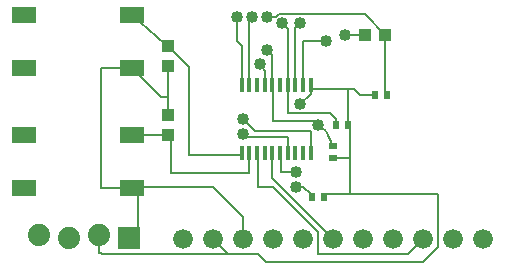
<source format=gtl>
G04 EAGLE Gerber RS-274X export*
G75*
%MOIN*%
%FSLAX36Y36*%
%LPD*%
%INTop Copper Layer*%
%IPPOS*%
%AMOC8*
5,1,8,0,0,1.08239X$1,22.5*%
G01*
%ADD10R,0.039370X0.043307*%
%ADD11R,0.082677X0.055118*%
%ADD12R,0.011811X0.047236*%
%ADD13R,0.023622X0.027559*%
%ADD14R,0.043307X0.039370*%
%ADD15R,0.027559X0.023622*%
%ADD16C,0.066000*%
%ADD17R,0.074000X0.074000*%
%ADD18C,0.074000*%
%ADD19C,0.006000*%
%ADD20C,0.040000*%


D10*
X570000Y513465D03*
X570000Y446535D03*
X570000Y676535D03*
X570000Y743465D03*
D11*
X90866Y671417D03*
X449134Y671417D03*
X449134Y848583D03*
X90866Y848583D03*
X90866Y271417D03*
X449134Y271417D03*
X449134Y448583D03*
X90866Y448583D03*
D12*
X1045154Y385827D03*
X1019563Y385827D03*
X993976Y385827D03*
X968386Y385827D03*
X942795Y385827D03*
X917205Y385827D03*
X891614Y385827D03*
X866024Y385827D03*
X1045154Y614177D03*
X1019563Y614177D03*
X993976Y614177D03*
X968386Y614177D03*
X942795Y614177D03*
X917205Y614177D03*
X891614Y614177D03*
X866024Y614177D03*
X840433Y614177D03*
X814846Y614177D03*
X840433Y385827D03*
X814846Y385827D03*
D13*
X1299685Y580000D03*
X1260315Y580000D03*
D14*
X1293465Y780000D03*
X1226535Y780000D03*
D13*
X1050315Y240000D03*
X1089685Y240000D03*
D15*
X1120000Y409685D03*
X1120000Y370315D03*
D13*
X1130315Y480000D03*
X1169685Y480000D03*
D16*
X620000Y100000D03*
X720000Y100000D03*
X820000Y100000D03*
X920000Y100000D03*
X1020000Y100000D03*
X1120000Y100000D03*
X1220000Y100000D03*
X1320000Y100000D03*
X1420000Y100000D03*
X1520000Y100000D03*
X1620000Y100000D03*
D17*
X440000Y105000D03*
D18*
X340000Y115000D03*
X240000Y105000D03*
X140000Y115000D03*
D19*
X559830Y750000D02*
X449134Y848583D01*
X570000Y750000D02*
X570000Y743465D01*
X570000Y750000D02*
X559830Y750000D01*
X570000Y743465D02*
X640000Y673465D01*
X640000Y380000D01*
X809020Y380000D01*
X814846Y385827D01*
X580000Y436535D02*
X570000Y446535D01*
X580000Y436535D02*
X580000Y320000D01*
X840000Y320000D01*
X840433Y320433D01*
X840433Y385827D01*
X570000Y446535D02*
X451181Y446535D01*
X449134Y448583D01*
X345000Y271417D02*
X345000Y670000D01*
X470000Y250000D02*
X470000Y135000D01*
X470000Y250000D02*
X449134Y271417D01*
X470000Y135000D02*
X440000Y105000D01*
X470000Y275000D02*
X720000Y275000D01*
X470000Y275000D02*
X449134Y271417D01*
X345000Y271417D01*
X720000Y275000D02*
X820000Y175000D01*
X820000Y100000D01*
X570000Y513465D02*
X570000Y575000D01*
X449134Y671417D02*
X346417Y671417D01*
X345000Y670000D01*
X449134Y671417D02*
X545551Y575000D01*
X570000Y575000D01*
D20*
X820000Y500000D03*
D19*
X860000Y460000D02*
X1045154Y460000D01*
X860000Y460000D02*
X820000Y500000D01*
X570000Y575000D02*
X570000Y676535D01*
D20*
X1160000Y780000D03*
D19*
X1226535Y780000D01*
X1045154Y460000D02*
X1045154Y385827D01*
X917205Y385827D02*
X917205Y302795D01*
X1120000Y100000D01*
X993976Y614177D02*
X993976Y803976D01*
X1010000Y820000D01*
D20*
X1010000Y820000D03*
D19*
X968386Y801614D02*
X968386Y614177D01*
X968386Y801614D02*
X950000Y820000D01*
D20*
X950000Y820000D03*
D19*
X968386Y614177D02*
X970000Y612563D01*
X970000Y520000D01*
X1110000Y520000D01*
X1130315Y499685D01*
X1130315Y480000D01*
X1070000Y480000D02*
X1055000Y495000D01*
D20*
X1070000Y480000D03*
D19*
X1055000Y495000D02*
X920000Y495000D01*
X1094789Y460913D02*
X1120000Y409685D01*
X1094789Y460913D02*
X1070000Y480000D01*
X920000Y611382D02*
X917205Y614177D01*
X920000Y611382D02*
X920000Y495000D01*
X917205Y614177D02*
X917205Y712795D01*
X900000Y730000D01*
D20*
X900000Y730000D03*
D19*
X1020000Y275000D02*
X1045000Y250000D01*
X1020000Y275000D02*
X995000Y275000D01*
X1045000Y250000D02*
X1050315Y240000D01*
X891614Y661045D02*
X875000Y685000D01*
X891614Y661045D02*
X891614Y614177D01*
D20*
X995000Y275000D03*
X875000Y685000D03*
X850000Y840000D03*
D19*
X840433Y830433D02*
X840433Y614177D01*
X840433Y830433D02*
X850000Y840000D01*
D20*
X800000Y840000D03*
D19*
X814846Y745154D02*
X814846Y614177D01*
X814846Y745154D02*
X800000Y760000D01*
X800000Y840000D01*
X1293465Y780000D02*
X1293465Y586220D01*
X1299685Y580000D01*
D20*
X900000Y840000D03*
D19*
X928988Y840000D02*
X937988Y849000D01*
X928988Y840000D02*
X900000Y840000D01*
X1224465Y849000D02*
X1293465Y780000D01*
X1224465Y849000D02*
X937988Y849000D01*
X870000Y50000D02*
X770000Y50000D01*
X720000Y100000D01*
X770000Y50000D02*
X355000Y50000D01*
X340000Y55000D01*
X340000Y115000D01*
X1175000Y370315D02*
X1175000Y480000D01*
X1175000Y370315D02*
X1175000Y250000D01*
X1209724Y580000D02*
X1260315Y580000D01*
X1209724Y580000D02*
X1189724Y600000D01*
X1170000Y600000D01*
X1045000Y600000D01*
X1045154Y614177D01*
X870000Y50000D02*
X895000Y25000D01*
X1420000Y25000D01*
X1470000Y75000D01*
X1470000Y250000D01*
X1175000Y250000D02*
X1095000Y250000D01*
X1175000Y250000D02*
X1470000Y250000D01*
X1095000Y250000D02*
X1089685Y240000D01*
X1120000Y370315D02*
X1175000Y370315D01*
X1175000Y480000D02*
X1169685Y480000D01*
D20*
X1010000Y550000D03*
D19*
X1045154Y585154D02*
X1045154Y614177D01*
X1045154Y585154D02*
X1010000Y550000D01*
X1169685Y480000D02*
X1170000Y480315D01*
X1170000Y600000D01*
X870000Y375000D02*
X870000Y275000D01*
X920000Y275000D01*
X1070000Y125000D01*
X1070000Y50000D01*
X1370000Y50000D01*
X1420000Y100000D01*
X870000Y375000D02*
X866024Y385827D01*
X1020000Y735000D02*
X1020000Y760000D01*
X1095000Y760000D01*
X1020000Y735000D02*
X1019563Y724177D01*
X1019563Y614177D01*
D20*
X1095000Y760000D03*
D19*
X970000Y440000D02*
X970000Y400000D01*
X970000Y440000D02*
X830000Y440000D01*
X820000Y450000D01*
X970000Y400000D02*
X968386Y385827D01*
D20*
X820000Y450000D03*
D19*
X945000Y375000D02*
X945000Y325000D01*
X995000Y325000D01*
X945000Y375000D02*
X942795Y385827D01*
D20*
X995000Y325000D03*
M02*

</source>
